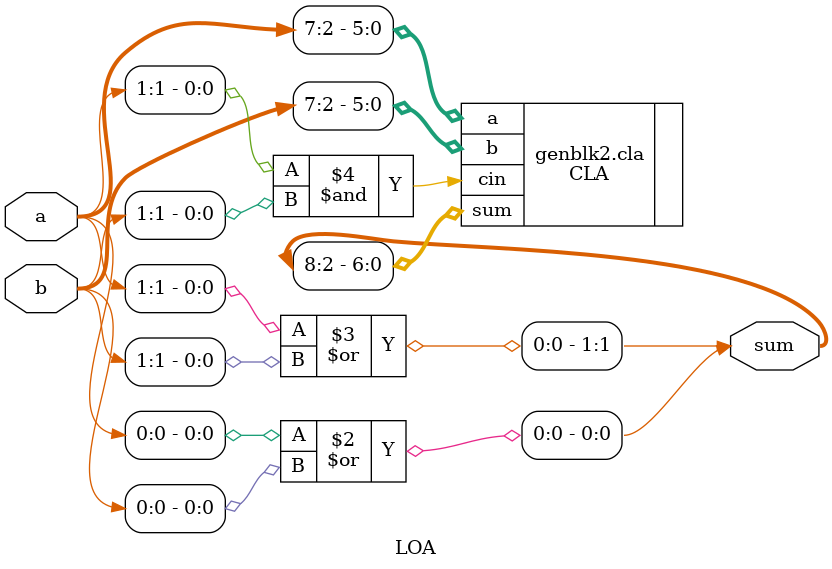
<source format=sv>

module LOA #(
    parameter BITWIDTH = 8,
    parameter BORDER   = 2,
    parameter SUBTYPE  = 1
)(
    input  logic [BITWIDTH-1:0] a,
    input  logic [BITWIDTH-1:0] b,

    output logic [BITWIDTH:0] sum
);
    
    // Approximate region
    generate;
        for (genvar i = 0; i < BORDER; i++) begin : la_genapprox
            assign sum[i] = a[i] | b[i];
        end
    endgenerate

    // Accurate region
    generate;
        if (SUBTYPE == 0) begin
            RCA #( .BITWIDTH ( BITWIDTH - BORDER ) ) rca (
                .a   ( a[BITWIDTH-1 : BORDER]    ),
                .b   ( b[BITWIDTH-1 : BORDER]    ),
                .cin ( a[BORDER-1] & b[BORDER-1] ), 
                .sum ( sum[BITWIDTH : BORDER]    )
            );
        end else begin
            CLA #( .BITWIDTH (BITWIDTH - BORDER )) cla (
                .a   ( a[BITWIDTH-1 : BORDER]    ),
                .b   ( b[BITWIDTH-1 : BORDER]    ),
                .cin ( a[BORDER-1] & b[BORDER-1] ), 
                .sum ( sum[BITWIDTH : BORDER]    )
            );
        end
    endgenerate

endmodule
</source>
